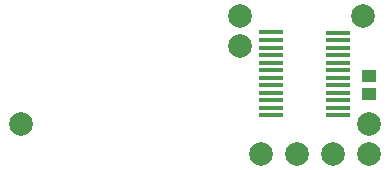
<source format=gbr>
G04 #@! TF.GenerationSoftware,KiCad,Pcbnew,5.1.5+dfsg1-2build2*
G04 #@! TF.CreationDate,2022-03-31T21:51:16+01:00*
G04 #@! TF.ProjectId,throwie,7468726f-7769-4652-9e6b-696361645f70,rev?*
G04 #@! TF.SameCoordinates,Original*
G04 #@! TF.FileFunction,Paste,Top*
G04 #@! TF.FilePolarity,Positive*
%FSLAX46Y46*%
G04 Gerber Fmt 4.6, Leading zero omitted, Abs format (unit mm)*
G04 Created by KiCad (PCBNEW 5.1.5+dfsg1-2build2) date 2022-03-31 21:51:16*
%MOMM*%
%LPD*%
G04 APERTURE LIST*
%ADD10R,2.000000X0.400000*%
%ADD11C,2.000000*%
%ADD12R,1.300000X1.100000*%
G04 APERTURE END LIST*
D10*
X43776000Y-157734000D03*
X43776000Y-157099000D03*
X43776000Y-156464000D03*
X43776000Y-155829000D03*
X43776000Y-155194000D03*
X43776000Y-154559000D03*
X43776000Y-153924000D03*
X43776000Y-153289000D03*
X43776000Y-152654000D03*
X43776000Y-152019000D03*
X43776000Y-151384000D03*
X43776000Y-150734000D03*
X49476000Y-150749000D03*
X49476000Y-151384000D03*
X49476000Y-152019000D03*
X49476000Y-152654000D03*
X49476000Y-153289000D03*
X49476000Y-153924000D03*
X49476000Y-154559000D03*
X49476000Y-155194000D03*
X49476000Y-155829000D03*
X49476000Y-156464000D03*
X49476000Y-157099000D03*
X49476000Y-157734000D03*
D11*
X41148000Y-149352000D03*
X22606000Y-158496000D03*
X51562000Y-149352000D03*
X42926000Y-161036000D03*
X41148000Y-151892000D03*
X52070000Y-161036000D03*
X52070000Y-158496000D03*
X49022000Y-161036000D03*
X45974000Y-161036000D03*
D12*
X52070000Y-155956000D03*
X52070000Y-154456000D03*
M02*

</source>
